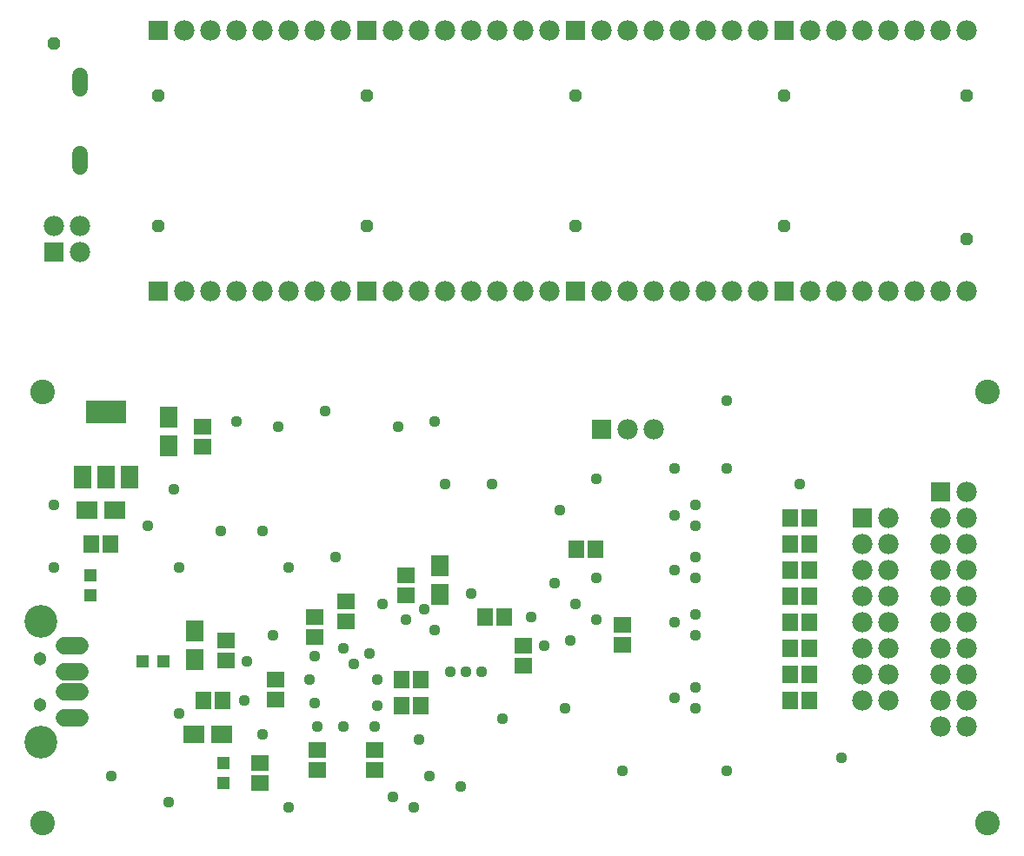
<source format=gbs>
G75*
%MOIN*%
%OFA0B0*%
%FSLAX25Y25*%
%IPPOS*%
%LPD*%
%AMOC8*
5,1,8,0,0,1.08239X$1,22.5*
%
%ADD10R,0.06706X0.05918*%
%ADD11R,0.05918X0.06706*%
%ADD12R,0.08477X0.06706*%
%ADD13R,0.06706X0.08477*%
%ADD14C,0.06737*%
%ADD15C,0.12611*%
%ADD16C,0.05131*%
%ADD17R,0.07800X0.07800*%
%ADD18C,0.07800*%
%ADD19R,0.04737X0.04737*%
%ADD20R,0.06706X0.08674*%
%ADD21R,0.15761X0.08674*%
%ADD22C,0.09461*%
%ADD23C,0.06000*%
%ADD24C,0.04369*%
%ADD25OC8,0.04762*%
D10*
X0142479Y0083260D03*
X0142479Y0090740D03*
X0161479Y0075740D03*
X0161479Y0068260D03*
X0177479Y0048740D03*
X0177479Y0041260D03*
X0199479Y0041260D03*
X0199479Y0048740D03*
X0155479Y0043740D03*
X0155479Y0036260D03*
X0176479Y0092260D03*
X0176479Y0099740D03*
X0188479Y0098260D03*
X0188479Y0105740D03*
X0211479Y0108260D03*
X0211479Y0115740D03*
X0256479Y0088740D03*
X0256479Y0081260D03*
X0294479Y0089260D03*
X0294479Y0096740D03*
X0133479Y0165260D03*
X0133479Y0172740D03*
D11*
X0098219Y0128000D03*
X0090739Y0128000D03*
X0133739Y0068000D03*
X0141219Y0068000D03*
X0209739Y0066000D03*
X0217219Y0066000D03*
X0217219Y0076000D03*
X0209739Y0076000D03*
X0241739Y0100000D03*
X0249219Y0100000D03*
X0276739Y0126000D03*
X0284219Y0126000D03*
X0358739Y0128000D03*
X0366219Y0128000D03*
X0366219Y0138000D03*
X0358739Y0138000D03*
X0358739Y0118000D03*
X0366219Y0118000D03*
X0366219Y0108000D03*
X0358739Y0108000D03*
X0358739Y0098000D03*
X0366219Y0098000D03*
X0366219Y0088000D03*
X0358739Y0088000D03*
X0358739Y0078000D03*
X0366219Y0078000D03*
X0366219Y0068000D03*
X0358739Y0068000D03*
D12*
X0140892Y0055000D03*
X0130065Y0055000D03*
X0099892Y0141000D03*
X0089065Y0141000D03*
D13*
X0120479Y0165587D03*
X0120479Y0176413D03*
X0224479Y0119413D03*
X0224479Y0108587D03*
X0130479Y0094413D03*
X0130479Y0083587D03*
D14*
X0086471Y0078937D02*
X0080534Y0078937D01*
X0080534Y0071063D02*
X0086471Y0071063D01*
X0086471Y0061220D02*
X0080534Y0061220D01*
X0080534Y0088780D02*
X0086471Y0088780D01*
D15*
X0071479Y0098031D03*
X0071479Y0051969D03*
D16*
X0071085Y0066142D03*
X0071085Y0083858D03*
D17*
X0116479Y0225000D03*
X0076479Y0240000D03*
X0116479Y0325000D03*
X0196479Y0325000D03*
X0276479Y0325000D03*
X0356479Y0325000D03*
X0356479Y0225000D03*
X0286479Y0172000D03*
X0276479Y0225000D03*
X0196479Y0225000D03*
X0386479Y0138000D03*
X0416479Y0148000D03*
D18*
X0426479Y0148000D03*
X0426479Y0138000D03*
X0426479Y0128000D03*
X0416479Y0128000D03*
X0416479Y0138000D03*
X0396479Y0138000D03*
X0396479Y0128000D03*
X0386479Y0128000D03*
X0386479Y0118000D03*
X0396479Y0118000D03*
X0396479Y0108000D03*
X0386479Y0108000D03*
X0386479Y0098000D03*
X0396479Y0098000D03*
X0396479Y0088000D03*
X0386479Y0088000D03*
X0386479Y0078000D03*
X0396479Y0078000D03*
X0396479Y0068000D03*
X0386479Y0068000D03*
X0416479Y0068000D03*
X0426479Y0068000D03*
X0426479Y0078000D03*
X0416479Y0078000D03*
X0416479Y0088000D03*
X0426479Y0088000D03*
X0426479Y0098000D03*
X0416479Y0098000D03*
X0416479Y0108000D03*
X0426479Y0108000D03*
X0426479Y0118000D03*
X0416479Y0118000D03*
X0416479Y0058000D03*
X0426479Y0058000D03*
X0306479Y0172000D03*
X0296479Y0172000D03*
X0296479Y0225000D03*
X0286479Y0225000D03*
X0306479Y0225000D03*
X0316479Y0225000D03*
X0326479Y0225000D03*
X0336479Y0225000D03*
X0346479Y0225000D03*
X0366479Y0225000D03*
X0376479Y0225000D03*
X0386479Y0225000D03*
X0396479Y0225000D03*
X0406479Y0225000D03*
X0416479Y0225000D03*
X0426479Y0225000D03*
X0426479Y0325000D03*
X0416479Y0325000D03*
X0406479Y0325000D03*
X0396479Y0325000D03*
X0386479Y0325000D03*
X0376479Y0325000D03*
X0366479Y0325000D03*
X0346479Y0325000D03*
X0336479Y0325000D03*
X0326479Y0325000D03*
X0316479Y0325000D03*
X0306479Y0325000D03*
X0296479Y0325000D03*
X0286479Y0325000D03*
X0266479Y0325000D03*
X0256479Y0325000D03*
X0246479Y0325000D03*
X0236479Y0325000D03*
X0226479Y0325000D03*
X0216479Y0325000D03*
X0206479Y0325000D03*
X0186479Y0325000D03*
X0176479Y0325000D03*
X0166479Y0325000D03*
X0156479Y0325000D03*
X0146479Y0325000D03*
X0136479Y0325000D03*
X0126479Y0325000D03*
X0086479Y0250000D03*
X0086479Y0240000D03*
X0076479Y0250000D03*
X0126479Y0225000D03*
X0136479Y0225000D03*
X0146479Y0225000D03*
X0156479Y0225000D03*
X0166479Y0225000D03*
X0176479Y0225000D03*
X0186479Y0225000D03*
X0206479Y0225000D03*
X0216479Y0225000D03*
X0226479Y0225000D03*
X0236479Y0225000D03*
X0246479Y0225000D03*
X0256479Y0225000D03*
X0266479Y0225000D03*
D19*
X0090479Y0115937D03*
X0090479Y0108063D03*
X0110542Y0083000D03*
X0118416Y0083000D03*
X0141479Y0043937D03*
X0141479Y0036063D03*
D20*
X0105534Y0153598D03*
X0096479Y0153598D03*
X0087424Y0153598D03*
D21*
X0096479Y0178402D03*
D22*
X0072227Y0020748D03*
X0072227Y0186102D03*
X0434431Y0186102D03*
X0434431Y0020748D03*
D23*
X0086479Y0272400D02*
X0086479Y0277600D01*
X0086479Y0302400D02*
X0086479Y0307600D01*
D24*
X0180479Y0179000D03*
X0162479Y0173000D03*
X0146479Y0175000D03*
X0122479Y0149000D03*
X0112479Y0135000D03*
X0124479Y0119000D03*
X0140479Y0133000D03*
X0156479Y0133000D03*
X0166479Y0119000D03*
X0184479Y0123000D03*
X0202479Y0105000D03*
X0211479Y0099000D03*
X0218479Y0103000D03*
X0222479Y0095000D03*
X0228479Y0079000D03*
X0234479Y0079000D03*
X0240479Y0079000D03*
X0248479Y0061000D03*
X0272479Y0065000D03*
X0264479Y0089000D03*
X0274479Y0091000D03*
X0284479Y0099000D03*
X0276479Y0105000D03*
X0268479Y0113000D03*
X0259479Y0100000D03*
X0236479Y0109000D03*
X0197479Y0086000D03*
X0191479Y0082000D03*
X0187479Y0088000D03*
X0176479Y0085000D03*
X0174479Y0076000D03*
X0176479Y0067000D03*
X0177479Y0058000D03*
X0187479Y0058000D03*
X0199479Y0058000D03*
X0200479Y0066000D03*
X0200479Y0076000D03*
X0216479Y0053000D03*
X0220479Y0039000D03*
X0232479Y0035000D03*
X0214479Y0027000D03*
X0206479Y0031000D03*
X0166479Y0027000D03*
X0156479Y0055000D03*
X0149479Y0068000D03*
X0150479Y0083000D03*
X0160479Y0093000D03*
X0124479Y0063000D03*
X0098479Y0039000D03*
X0120479Y0029000D03*
X0076479Y0119000D03*
X0076479Y0143000D03*
X0208479Y0173000D03*
X0222479Y0175000D03*
X0226479Y0151000D03*
X0244479Y0151000D03*
X0270479Y0141000D03*
X0284479Y0153000D03*
X0314479Y0157000D03*
X0334479Y0157000D03*
X0322479Y0143000D03*
X0314479Y0139000D03*
X0322479Y0135000D03*
X0322479Y0123000D03*
X0314479Y0118000D03*
X0322479Y0115000D03*
X0322479Y0101000D03*
X0314479Y0098000D03*
X0322479Y0093000D03*
X0322479Y0073000D03*
X0314479Y0069000D03*
X0322479Y0065000D03*
X0334479Y0041000D03*
X0294479Y0041000D03*
X0378479Y0046000D03*
X0284479Y0115000D03*
X0362479Y0151000D03*
X0334479Y0183000D03*
D25*
X0356479Y0250000D03*
X0356479Y0300000D03*
X0426479Y0300000D03*
X0426479Y0245000D03*
X0276479Y0250000D03*
X0276479Y0300000D03*
X0196479Y0300000D03*
X0196479Y0250000D03*
X0116479Y0250000D03*
X0116479Y0300000D03*
X0076479Y0320000D03*
M02*

</source>
